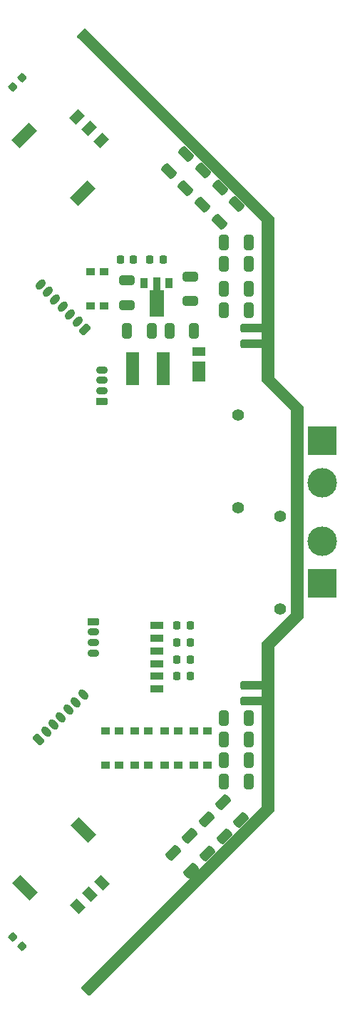
<source format=gbr>
%TF.GenerationSoftware,KiCad,Pcbnew,(6.0.8)*%
%TF.CreationDate,2023-03-29T20:05:15+09:00*%
%TF.ProjectId,ORION_VV_driver_v4,4f52494f-4e5f-4565-965f-647269766572,rev?*%
%TF.SameCoordinates,Original*%
%TF.FileFunction,Soldermask,Top*%
%TF.FilePolarity,Negative*%
%FSLAX46Y46*%
G04 Gerber Fmt 4.6, Leading zero omitted, Abs format (unit mm)*
G04 Created by KiCad (PCBNEW (6.0.8)) date 2023-03-29 20:05:15*
%MOMM*%
%LPD*%
G01*
G04 APERTURE LIST*
G04 Aperture macros list*
%AMRoundRect*
0 Rectangle with rounded corners*
0 $1 Rounding radius*
0 $2 $3 $4 $5 $6 $7 $8 $9 X,Y pos of 4 corners*
0 Add a 4 corners polygon primitive as box body*
4,1,4,$2,$3,$4,$5,$6,$7,$8,$9,$2,$3,0*
0 Add four circle primitives for the rounded corners*
1,1,$1+$1,$2,$3*
1,1,$1+$1,$4,$5*
1,1,$1+$1,$6,$7*
1,1,$1+$1,$8,$9*
0 Add four rect primitives between the rounded corners*
20,1,$1+$1,$2,$3,$4,$5,0*
20,1,$1+$1,$4,$5,$6,$7,0*
20,1,$1+$1,$6,$7,$8,$9,0*
20,1,$1+$1,$8,$9,$2,$3,0*%
%AMHorizOval*
0 Thick line with rounded ends*
0 $1 width*
0 $2 $3 position (X,Y) of the first rounded end (center of the circle)*
0 $4 $5 position (X,Y) of the second rounded end (center of the circle)*
0 Add line between two ends*
20,1,$1,$2,$3,$4,$5,0*
0 Add two circle primitives to create the rounded ends*
1,1,$1,$2,$3*
1,1,$1,$4,$5*%
%AMRotRect*
0 Rectangle, with rotation*
0 The origin of the aperture is its center*
0 $1 length*
0 $2 width*
0 $3 Rotation angle, in degrees counterclockwise*
0 Add horizontal line*
21,1,$1,$2,0,0,$3*%
%AMFreePoly0*
4,1,9,3.862500,-0.866500,0.737500,-0.866500,0.737500,-0.450000,-0.737500,-0.450000,-0.737500,0.450000,0.737500,0.450000,0.737500,0.866500,3.862500,0.866500,3.862500,-0.866500,3.862500,-0.866500,$1*%
G04 Aperture macros list end*
%ADD10RoundRect,0.225000X0.475000X-0.225000X0.475000X0.225000X-0.475000X0.225000X-0.475000X-0.225000X0*%
%ADD11O,1.400000X0.900000*%
%ADD12R,0.900000X1.300000*%
%ADD13FreePoly0,270.000000*%
%ADD14RoundRect,0.218750X0.218750X0.256250X-0.218750X0.256250X-0.218750X-0.256250X0.218750X-0.256250X0*%
%ADD15R,1.000000X0.900000*%
%ADD16RoundRect,0.250000X0.325000X0.650000X-0.325000X0.650000X-0.325000X-0.650000X0.325000X-0.650000X0*%
%ADD17RoundRect,0.250000X-0.325000X-0.650000X0.325000X-0.650000X0.325000X0.650000X-0.325000X0.650000X0*%
%ADD18RoundRect,0.250000X1.775000X-0.262500X1.775000X0.262500X-1.775000X0.262500X-1.775000X-0.262500X0*%
%ADD19RoundRect,0.250000X0.689429X0.229810X0.229810X0.689429X-0.689429X-0.229810X-0.229810X-0.689429X0*%
%ADD20RoundRect,0.218750X-0.218750X-0.256250X0.218750X-0.256250X0.218750X0.256250X-0.218750X0.256250X0*%
%ADD21RotRect,1.100000X1.450000X135.000000*%
%ADD22RotRect,1.350000X2.899999X135.000000*%
%ADD23C,1.400000*%
%ADD24R,3.500000X3.500000*%
%ADD25C,3.500000*%
%ADD26RoundRect,0.225000X0.494975X0.176777X0.176777X0.494975X-0.494975X-0.176777X-0.176777X-0.494975X0*%
%ADD27HorizOval,0.900000X0.176777X0.176777X-0.176777X-0.176777X0*%
%ADD28RoundRect,0.250000X-0.229810X0.689429X-0.689429X0.229810X0.229810X-0.689429X0.689429X-0.229810X0*%
%ADD29RoundRect,0.250000X0.650000X-0.325000X0.650000X0.325000X-0.650000X0.325000X-0.650000X-0.325000X0*%
%ADD30R,1.500000X4.000000*%
%ADD31R,1.500000X2.400000*%
%ADD32R,1.500000X1.050000*%
%ADD33RoundRect,0.250000X-1.775000X0.262500X-1.775000X-0.262500X1.775000X-0.262500X1.775000X0.262500X0*%
%ADD34RoundRect,0.225000X-0.475000X0.225000X-0.475000X-0.225000X0.475000X-0.225000X0.475000X0.225000X0*%
%ADD35RoundRect,0.225000X-0.335876X-0.017678X-0.017678X-0.335876X0.335876X0.017678X0.017678X0.335876X0*%
%ADD36RoundRect,0.225000X0.176777X-0.494975X0.494975X-0.176777X-0.176777X0.494975X-0.494975X0.176777X0*%
%ADD37HorizOval,0.900000X-0.176777X0.176777X0.176777X-0.176777X0*%
%ADD38RoundRect,0.225000X0.017678X-0.335876X0.335876X-0.017678X-0.017678X0.335876X-0.335876X0.017678X0*%
%ADD39RoundRect,0.225000X-0.575000X0.225000X-0.575000X-0.225000X0.575000X-0.225000X0.575000X0.225000X0*%
%ADD40RotRect,1.100000X1.450000X45.000000*%
%ADD41RotRect,1.350000X2.899999X45.000000*%
G04 APERTURE END LIST*
D10*
%TO.C,J2*%
X108500000Y-86875000D03*
D11*
X108500000Y-85625000D03*
X108500000Y-84375000D03*
X108500000Y-83125000D03*
%TD*%
D12*
%TO.C,U2*%
X116500000Y-72850000D03*
D13*
X115000000Y-72937500D03*
D12*
X113500000Y-72850000D03*
%TD*%
D14*
%TO.C,D2*%
X119000000Y-115500000D03*
X117425000Y-115500000D03*
%TD*%
D15*
%TO.C,SW4*%
X112450000Y-125950000D03*
X112450000Y-130050000D03*
X114050000Y-130050000D03*
X114050000Y-125950000D03*
%TD*%
D16*
%TO.C,C37*%
X125975000Y-70500000D03*
X123025000Y-70500000D03*
%TD*%
%TO.C,C49*%
X114475000Y-78500000D03*
X111525000Y-78500000D03*
%TD*%
D17*
%TO.C,C48*%
X116525000Y-78500000D03*
X119475000Y-78500000D03*
%TD*%
D18*
%TO.C,R26*%
X127000000Y-80000000D03*
X127000000Y-78125000D03*
%TD*%
D19*
%TO.C,C26*%
X125042983Y-136542983D03*
X122957017Y-134457017D03*
%TD*%
D15*
%TO.C,SW5*%
X108950000Y-125950000D03*
X108950000Y-130050000D03*
X110550000Y-130050000D03*
X110550000Y-125950000D03*
%TD*%
D20*
%TO.C,D14*%
X110712500Y-70000000D03*
X112287500Y-70000000D03*
%TD*%
D21*
%TO.C,J12*%
X105596016Y-53075558D03*
X107010230Y-54489772D03*
X108424443Y-55903985D03*
D22*
X99323981Y-55253448D03*
X106246554Y-62176020D03*
%TD*%
D14*
%TO.C,D1*%
X119000000Y-117540000D03*
X117425000Y-117540000D03*
%TD*%
D16*
%TO.C,C36*%
X125975000Y-68000000D03*
X123025000Y-68000000D03*
%TD*%
D23*
%TO.C,J11*%
X124675000Y-99500000D03*
X124675000Y-88500000D03*
D24*
X134675000Y-91500000D03*
D25*
X134675000Y-96500000D03*
%TD*%
D26*
%TO.C,J6*%
X106505204Y-78298097D03*
D27*
X105621321Y-77414214D03*
X104737437Y-76530330D03*
X103853554Y-75646447D03*
X102969670Y-74762563D03*
X102085787Y-73878680D03*
X101201903Y-72994796D03*
%TD*%
D19*
%TO.C,C3*%
X119085966Y-142585966D03*
X117000000Y-140500000D03*
%TD*%
D28*
%TO.C,C25*%
X124542983Y-63457017D03*
X122457017Y-65542983D03*
%TD*%
D15*
%TO.C,SW3*%
X115950000Y-130050000D03*
X115950000Y-125950000D03*
X117550000Y-130050000D03*
X117550000Y-125950000D03*
%TD*%
D29*
%TO.C,C4*%
X119000000Y-74975000D03*
X119000000Y-72025000D03*
%TD*%
D30*
%TO.C,L1*%
X115800000Y-83000000D03*
X112200000Y-83000000D03*
%TD*%
D31*
%TO.C,D20*%
X120000000Y-83350000D03*
D32*
X120000000Y-80975000D03*
%TD*%
D14*
%TO.C,D4*%
X119000000Y-119500000D03*
X117425000Y-119500000D03*
%TD*%
D15*
%TO.C,SW1*%
X108800000Y-71450000D03*
X108800000Y-75550000D03*
X107200000Y-75550000D03*
X107200000Y-71450000D03*
%TD*%
D16*
%TO.C,C34*%
X125975000Y-73500000D03*
X123025000Y-73500000D03*
%TD*%
D33*
%TO.C,R20*%
X127000000Y-120562500D03*
X127000000Y-122437500D03*
%TD*%
D16*
%TO.C,C33*%
X125975000Y-132000000D03*
X123025000Y-132000000D03*
%TD*%
%TO.C,C32*%
X125975000Y-76000000D03*
X123025000Y-76000000D03*
%TD*%
D29*
%TO.C,C2*%
X111500000Y-75475000D03*
X111500000Y-72525000D03*
%TD*%
D34*
%TO.C,J3*%
X107500000Y-113000000D03*
D11*
X107500000Y-114250000D03*
X107500000Y-115500000D03*
X107500000Y-116750000D03*
%TD*%
D35*
%TO.C,C38*%
X97951992Y-150451992D03*
X99048008Y-151548008D03*
%TD*%
D16*
%TO.C,C10*%
X125975000Y-124500000D03*
X123025000Y-124500000D03*
%TD*%
D23*
%TO.C,J15*%
X129650000Y-111500000D03*
X129650000Y-100500000D03*
D24*
X134650000Y-108500000D03*
D25*
X134650000Y-103500000D03*
%TD*%
D36*
%TO.C,J5*%
X101000000Y-127000000D03*
D37*
X101883883Y-126116117D03*
X102767767Y-125232233D03*
X103651650Y-124348350D03*
X104535534Y-123464466D03*
X105419417Y-122580583D03*
X106303301Y-121696699D03*
%TD*%
D14*
%TO.C,D3*%
X119000000Y-113500000D03*
X117425000Y-113500000D03*
%TD*%
D38*
%TO.C,C39*%
X97951992Y-49548008D03*
X99048008Y-48451992D03*
%TD*%
D20*
%TO.C,D15*%
X114212500Y-70000000D03*
X115787500Y-70000000D03*
%TD*%
D39*
%TO.C,J4*%
X115000000Y-113500000D03*
X115000000Y-115000000D03*
X115000000Y-116500000D03*
X115000000Y-118000000D03*
X115000000Y-119500000D03*
X115000000Y-121000000D03*
%TD*%
D16*
%TO.C,C31*%
X125975000Y-129500000D03*
X123025000Y-129500000D03*
%TD*%
D28*
%TO.C,C30*%
X120542983Y-59457017D03*
X118457017Y-61542983D03*
%TD*%
D16*
%TO.C,C35*%
X125975000Y-127000000D03*
X123025000Y-127000000D03*
%TD*%
D19*
%TO.C,C1*%
X121042983Y-140542983D03*
X118957017Y-138457017D03*
%TD*%
%TO.C,C28*%
X123042983Y-138542983D03*
X120957017Y-136457017D03*
%TD*%
D28*
%TO.C,C27*%
X122542983Y-61457017D03*
X120457017Y-63542983D03*
%TD*%
%TO.C,C29*%
X118542983Y-57457017D03*
X116457017Y-59542983D03*
%TD*%
D40*
%TO.C,J13*%
X108500000Y-144000000D03*
X107085786Y-145414214D03*
X105671573Y-146828427D03*
D41*
X106322110Y-137727965D03*
X99399538Y-144650538D03*
%TD*%
D15*
%TO.C,SW2*%
X119450000Y-125950000D03*
X119450000Y-130050000D03*
X121050000Y-130050000D03*
X121050000Y-125950000D03*
%TD*%
G36*
X106544032Y-42560134D02*
G01*
X106589095Y-42589095D01*
X128963095Y-64963095D01*
X128997121Y-65025407D01*
X129000000Y-65052190D01*
X129000000Y-83981885D01*
X129007530Y-84007530D01*
X132463095Y-87463095D01*
X132497121Y-87525407D01*
X132500000Y-87552190D01*
X132500000Y-112447810D01*
X132479998Y-112515931D01*
X132463095Y-112536905D01*
X129012812Y-115987188D01*
X129000000Y-116010650D01*
X129000000Y-135447810D01*
X128979998Y-135515931D01*
X128963095Y-135536905D01*
X107089095Y-157410905D01*
X107026783Y-157444931D01*
X106955968Y-157439866D01*
X106910905Y-157410905D01*
X106089095Y-156589095D01*
X106055069Y-156526783D01*
X106060134Y-156455968D01*
X106089095Y-156410905D01*
X127487188Y-135012812D01*
X127500000Y-134989350D01*
X127500000Y-115552190D01*
X127520002Y-115484069D01*
X127536905Y-115463095D01*
X130987188Y-112012812D01*
X131000000Y-111989350D01*
X131000000Y-88018115D01*
X130992470Y-87992470D01*
X127536905Y-84536905D01*
X127502879Y-84474593D01*
X127500000Y-84447810D01*
X127500000Y-65518115D01*
X127492470Y-65492470D01*
X105589095Y-43589095D01*
X105555069Y-43526783D01*
X105560134Y-43455968D01*
X105589095Y-43410905D01*
X106410905Y-42589095D01*
X106473217Y-42555069D01*
X106544032Y-42560134D01*
G37*
M02*

</source>
